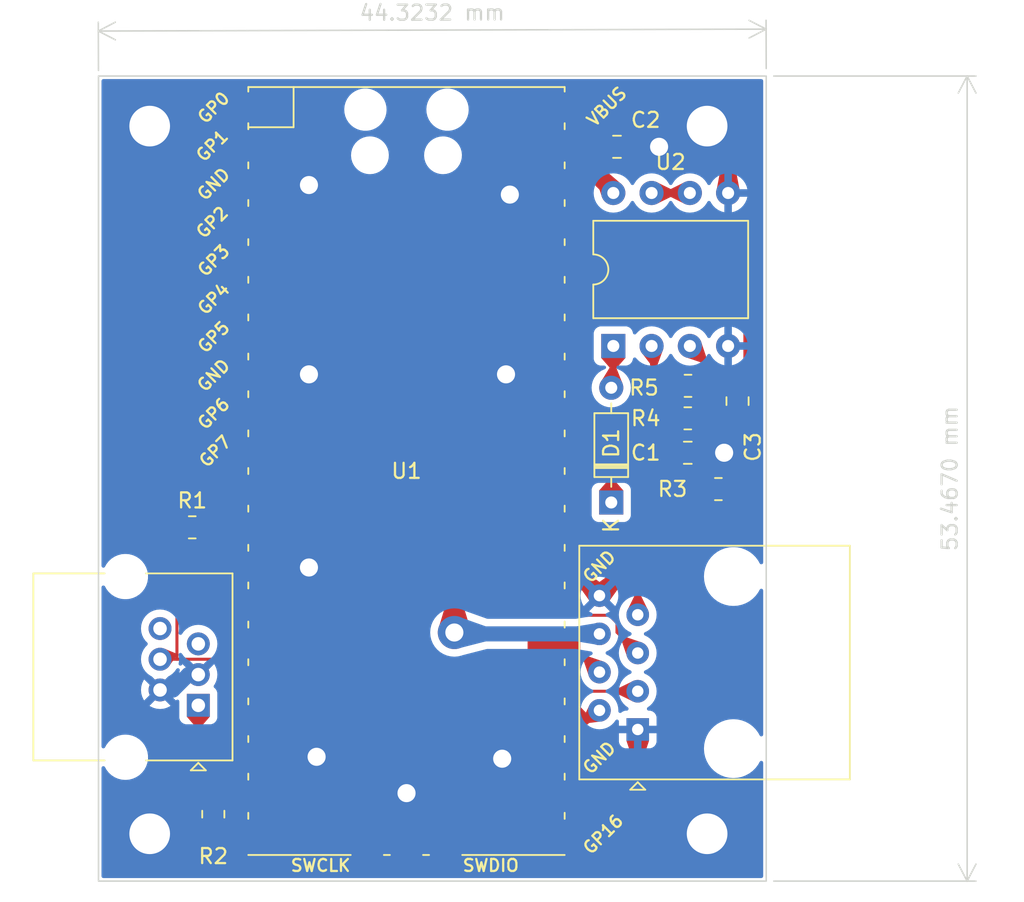
<source format=kicad_pcb>
(kicad_pcb (version 20221018) (generator pcbnew)
  (layers (0 "F.Cu" signal) (1 "In1.Cu" signal) (2 "In2.Cu" signal) (31 "B.Cu" signal) (34 "B.Paste" user) (35 "F.Paste" user) (36 "B.SilkS" user "B.Silkscreen") (37 "F.SilkS" user "F.Silkscreen") (38 "B.Mask" user) (39 "F.Mask" user) (44 "Edge.Cuts" user))
  (net 0 "")
  (net 1 "Net-(D1-K)")
  (net 2 "GND")
  (net 3 "+5V")
  (net 4 "Net-(U1-ADC_VREF)")
  (net 5 "Net-(D1-A)")
  (net 6 "/LED")
  (net 7 "/CapTouch")
  (net 10 "/CT1")
  (net 11 "/~{extra}")
  (net 12 "/~{drain}")
  (net 13 "/~{fill}")
  (net 14 "/~{heater}")
  (net 15 "Net-(U1-GPIO9)")
  (net 16 "Net-(U1-GPIO14)")
  (net 17 "Net-(U2A--)")
  (net 42 "Net-(U2B--)")
  (footprint "MountingHole:MountingHole_2.7mm_M2.5_Pad" (layer "F.Cu") (at 113 70)
    (fp_text reference "H1" hide)
    (fp_text value "MountingHole_Pad")
    (pad "1" thru_hole circle (at 0 0) (size 5.4 5.4) (drill 2.7) (layers "*.Cu" "*.Mask") (net 2 "GND"))
  )
  (footprint "MountingHole:MountingHole_2.7mm_M2.5_Pad" (layer "F.Cu") (at 113 117)
    (fp_text reference "H2" hide)
    (fp_text value "MountingHole_Pad")
    (pad "1" thru_hole circle (at 0 0) (size 5.4 5.4) (drill 2.7) (layers "*.Cu" "*.Mask") (net 2 "GND"))
  )
  (footprint "Resistor_SMD:R_0805_2012Metric_Pad1.20x1.40mm_HandSolder" (layer "F.Cu") (at 148.733 87.249)
    (fp_text reference "R5" (at -2.921 0.127) (layer "F.SilkS"))
    (fp_text value "22k")
    (fp_line (start -0.227064 -0.735) (end 0.227064 -0.735) (stroke (width 0.12)) (layer "F.SilkS"))
    (fp_line (start -0.227064 0.735) (end 0.227064 0.735) (stroke (width 0.12)) (layer "F.SilkS"))
    (pad "1" smd roundrect (at -1 0) (size 1.2 1.4) (layers "F.Cu" "F.Paste" "F.Mask") (roundrect_rratio 0.2083333333) (net 17 "Net-(U2A--)"))
    (pad "2" smd roundrect (at 1 0) (size 1.2 1.4) (layers "F.Cu" "F.Paste" "F.Mask") (roundrect_rratio 0.2083333333) (net 1 "Net-(D1-K)"))
  )
  (footprint "Resistor_SMD:R_0805_2012Metric_Pad1.20x1.40mm_HandSolder" (layer "F.Cu") (at 148.717 89.408)
    (fp_text reference "R4" (at -2.794 0) (layer "F.SilkS"))
    (fp_text value "10k")
    (fp_line (start -0.227064 -0.735) (end 0.227064 -0.735) (stroke (width 0.12)) (layer "F.SilkS"))
    (fp_line (start -0.227064 0.735) (end 0.227064 0.735) (stroke (width 0.12)) (layer "F.SilkS"))
    (pad "1" smd roundrect (at -1 0) (size 1.2 1.4) (layers "F.Cu" "F.Paste" "F.Mask") (roundrect_rratio 0.2083333333) (net 17 "Net-(U2A--)"))
    (pad "2" smd roundrect (at 1 0) (size 1.2 1.4) (layers "F.Cu" "F.Paste" "F.Mask") (roundrect_rratio 0.2083333333) (net 2 "GND"))
  )
  (footprint "MCU_RaspberryPi_and_Boards:RPi_Pico_SMD" (layer "F.Cu") (at 130.0445 92.907)
    (fp_text reference "U1" (at 0 0) (layer "F.SilkS"))
    (fp_text value "Pico")
    (fp_text user "VBUS" (at 13.3 -24.2 45) (layer "F.SilkS") (effects (font (size 0.8 0.8))))
    (fp_text user "SWDIO" (at 5.6 26.2) (layer "F.SilkS") (effects (font (size 0.8 0.8))))
    (fp_text user "GP7" (at -12.7 -1.3 45) (layer "F.SilkS") (effects (font (size 0.8 0.8))))
    (fp_text user "GND" (at 12.8 19.05 45) (layer "F.SilkS") (effects (font (size 0.8 0.8))))
    (fp_text user "GND" (at -12.8 -19.05 45) (layer "F.SilkS") (effects (font (size 0.8 0.8))))
    (fp_text user "GP0" (at -12.8 -24.13 45) (layer "F.SilkS") (effects (font (size 0.8 0.8))))
    (fp_text user "GP16" (at 13.054 24.13 45) (layer "F.SilkS") (effects (font (size 0.8 0.8))))
    (fp_text user "GP4" (at -12.8 -11.43 45) (layer "F.SilkS") (effects (font (size 0.8 0.8))))
    (fp_text user "GND" (at -12.8 -6.35 45) (layer "F.SilkS") (effects (font (size 0.8 0.8))))
    (fp_text user "GP3" (at -12.8 -13.97 45) (layer "F.SilkS") (effects (font (size 0.8 0.8))))
    (fp_text user "GP5" (at -12.8 -8.89 45) (layer "F.SilkS") (effects (font (size 0.8 0.8))))
    (fp_text user "GP1" (at -12.9 -21.6 45) (layer "F.SilkS") (effects (font (size 0.8 0.8))))
    (fp_text user "SWCLK" (at -5.7 26.2) (layer "F.SilkS") (effects (font (size 0.8 0.8))))
    (fp_text user "GP6" (at -12.8 -3.81 45) (layer "F.SilkS") (effects (font (size 0.8 0.8))))
    (fp_text user "GND" (at 12.8 6.35 45) (layer "F.SilkS") (effects (font (size 0.8 0.8))))
    (fp_text user "GP2" (at -12.9 -16.51 45) (layer "F.SilkS") (effects (font (size 0.8 0.8))))
    (fp_line (start -10.5 -25.5) (end -10.5 -25.2) (stroke (width 0.12)) (layer "F.SilkS"))
    (fp_line (start -10.5 -25.5) (end 10.5 -25.5) (stroke (width 0.12)) (layer "F.SilkS"))
    (fp_line (start -10.5 -23.1) (end -10.5 -22.7) (stroke (width 0.12)) (layer "F.SilkS"))
    (fp_line (start -10.5 -22.833) (end -7.493 -22.833) (stroke (width 0.12)) (layer "F.SilkS"))
    (fp_line (start -10.5 -20.5) (end -10.5 -20.1) (stroke (width 0.12)) (layer "F.SilkS"))
    (fp_line (start -10.5 -18) (end -10.5 -17.6) (stroke (width 0.12)) (layer "F.SilkS"))
    (fp_line (start -10.5 -15.4) (end -10.5 -15) (stroke (width 0.12)) (layer "F.SilkS"))
    (fp_line (start -10.5 -12.9) (end -10.5 -12.5) (stroke (width 0.12)) (layer "F.SilkS"))
    (fp_line (start -10.5 -10.4) (end -10.5 -10) (stroke (width 0.12)) (layer "F.SilkS"))
    (fp_line (start -10.5 -7.8) (end -10.5 -7.4) (stroke (width 0.12)) (layer "F.SilkS"))
    (fp_line (start -10.5 -5.3) (end -10.5 -4.9) (stroke (width 0.12)) (layer "F.SilkS"))
    (fp_line (start -10.5 -2.7) (end -10.5 -2.3) (stroke (width 0.12)) (layer "F.SilkS"))
    (fp_line (start -10.5 -0.2) (end -10.5 0.2) (stroke (width 0.12)) (layer "F.SilkS"))
    (fp_line (start -10.5 2.3) (end -10.5 2.7) (stroke (width 0.12)) (layer "F.SilkS"))
    (fp_line (start -10.5 4.9) (end -10.5 5.3) (stroke (width 0.12)) (layer "F.SilkS"))
    (fp_line (start -10.5 7.4) (end -10.5 7.8) (stroke (width 0.12)) (layer "F.SilkS"))
    (fp_line (start -10.5 10) (end -10.5 10.4) (stroke (width 0.12)) (layer "F.SilkS"))
    (fp_line (start -10.5 12.5) (end -10.5 12.9) (stroke (width 0.12)) (layer "F.SilkS"))
    (fp_line (start -10.5 15.1) (end -10.5 15.5) (stroke (width 0.12)) (layer "F.SilkS"))
    (fp_line (start -10.5 17.6) (end -10.5 18) (stroke (width 0.12)) (layer "F.SilkS"))
    (fp_line (start -10.5 20.1) (end -10.5 20.5) (stroke (width 0.12)) (layer "F.SilkS"))
    (fp_line (start -10.5 22.7) (end -10.5 23.1) (stroke (width 0.12)) (layer "F.SilkS"))
    (fp_line (start -7.493 -22.833) (end -7.493 -25.5) (stroke (width 0.12)) (layer "F.SilkS"))
    (fp_line (start -3.7 25.5) (end -10.5 25.5) (stroke (width 0.12)) (layer "F.SilkS"))
    (fp_line (start -1.5 25.5) (end -1.1 25.5) (stroke (width 0.12)) (layer "F.SilkS"))
    (fp_line (start 1.1 25.5) (end 1.5 25.5) (stroke (width 0.12)) (layer "F.SilkS"))
    (fp_line (start 10.5 -25.5) (end 10.5 -25.2) (stroke (width 0.12)) (layer "F.SilkS"))
    (fp_line (start 10.5 -23.1) (end 10.5 -22.7) (stroke (width 0.12)) (layer "F.SilkS"))
    (fp_line (start 10.5 -20.5) (end 10.5 -20.1) (stroke (width 0.12)) (layer "F.SilkS"))
    (fp_line (start 10.5 -18) (end 10.5 -17.6) (stroke (width 0.12)) (layer "F.SilkS"))
    (fp_line (start 10.5 -15.4) (end 10.5 -15) (stroke (width 0.12)) (layer "F.SilkS"))
    (fp_line (start 10.5 -12.9) (end 10.5 -12.5) (stroke (width 0.12)) (layer "F.SilkS"))
    (fp_line (start 10.5 -10.4) (end 10.5 -10) (stroke (width 0.12)) (layer "F.SilkS"))
    (fp_line (start 10.5 -7.8) (end 10.5 -7.4) (stroke (width 0.12)) (layer "F.SilkS"))
    (fp_line (start 10.5 -5.3) (end 10.5 -4.9) (stroke (width 0.12)) (layer "F.SilkS"))
    (fp_line (start 10.5 -2.7) (end 10.5 -2.3) (stroke (width 0.12)) (layer "F.SilkS"))
    (fp_line (start 10.5 -0.2) (end 10.5 0.2) (stroke (width 0.12)) (layer "F.SilkS"))
    (fp_line (start 10.5 2.3) (end 10.5 2.7) (stroke (width 0.12)) (layer "F.SilkS"))
    (fp_line (start 10.5 4.9) (end 10.5 5.3) (stroke (width 0.12)) (layer "F.SilkS"))
    (fp_line (start 10.5 7.4) (end 10.5 7.8) (stroke (width 0.12)) (layer "F.SilkS"))
    (fp_line (start 10.5 10) (end 10.5 10.4) (stroke (width 0.12)) (layer "F.SilkS"))
    (fp_line (start 10.5 12.5) (end 10.5 12.9) (stroke (width 0.12)) (layer "F.SilkS"))
    (fp_line (start 10.5 15.1) (end 10.5 15.5) (stroke (width 0.12)) (layer "F.SilkS"))
    (fp_line (start 10.5 17.6) (end 10.5 18) (stroke (width 0.12)) (layer "F.SilkS"))
    (fp_line (start 10.5 20.1) (end 10.5 20.5) (stroke (width 0.12)) (layer "F.SilkS"))
    (fp_line (start 10.5 22.7) (end 10.5 23.1) (stroke (width 0.12)) (layer "F.SilkS"))
    (fp_line (start 10.5 25.5) (end 3.7 25.5) (stroke (width 0.12)) (layer "F.SilkS"))
    (pad "" np_thru_hole oval (at -2.725 -24) (size 1.8 1.8) (drill 1.8) (layers "*.Cu" "*.Mask"))
    (pad "" np_thru_hole oval (at -2.425 -20.97) (size 1.5 1.5) (drill 1.5) (layers "*.Cu" "*.Mask"))
    (pad "" np_thru_hole oval (at 2.425 -20.97) (size 1.5 1.5) (drill 1.5) (layers "*.Cu" "*.Mask"))
    (pad "" np_thru_hole oval (at 2.725 -24) (size 1.8 1.8) (drill 1.8) (layers "*.Cu" "*.Mask"))
    (pad "1" smd rect (at -8.89 -24.13) (size 3.5 1.7) (drill (offset -0.9 0)) (layers "F.Cu" "F.Mask"))
    (pad "2" smd rect (at -8.89 -21.59) (size 3.5 1.7) (drill (offset -0.9 0)) (layers "F.Cu" "F.Mask"))
    (pad "3" smd rect (at -8.89 -19.05) (size 3.5 1.7) (drill (offset -0.9 0)) (layers "F.Cu" "F.Mask") (net 2 "GND"))
    (pad "4" smd rect (at -8.89 -16.51) (size 3.5 1.7) (drill (offset -0.9 0)) (layers "F.Cu" "F.Mask"))
    (pad "5" smd rect (at -8.89 -13.97) (size 3.5 1.7) (drill (offset -0.9 0)) (layers "F.Cu" "F.Mask"))
    (pad "6" smd rect (at -8.89 -11.43) (size 3.5 1.7) (drill (offset -0.9 0)) (layers "F.Cu" "F.Mask"))
    (pad "7" smd rect (at -8.89 -8.89) (size 3.5 1.7) (drill (offset -0.9 0)) (layers "F.Cu" "F.Mask"))
    (pad "8" smd rect (at -8.89 -6.35) (size 3.5 1.7) (drill (offset -0.9 0)) (layers "F.Cu" "F.Mask") (net 2 "GND"))
    (pad "9" smd rect (at -8.89 -3.81) (size 3.5 1.7) (drill (offset -0.9 0)) (layers "F.Cu" "F.Mask"))
    (pad "10" smd rect (at -8.89 -1.27) (size 3.5 1.7) (drill (offset -0.9 0)) (layers "F.Cu" "F.Mask"))
    (pad "11" smd rect (at -8.89 1.27) (size 3.5 1.7) (drill (offset -0.9 0)) (layers "F.Cu" "F.Mask"))
    (pad "12" smd rect (at -8.89 3.81) (size 3.5 1.7) (drill (offset -0.9 0)) (layers "F.Cu" "F.Mask") (net 15 "Net-(U1-GPIO9)"))
    (pad "13" smd rect (at -8.89 6.35) (size 3.5 1.7) (drill (offset -0.9 0)) (layers "F.Cu" "F.Mask") (net 2 "GND"))
    (pad "14" smd rect (at -8.89 8.89) (size 3.5 1.7) (drill (offset -0.9 0)) (layers "F.Cu" "F.Mask"))
    (pad "15" smd rect (at -8.89 11.43) (size 3.5 1.7) (drill (offset -0.9 0)) (layers "F.Cu" "F.Mask"))
    (pad "16" smd rect (at -8.89 13.97) (size 3.5 1.7) (drill (offset -0.9 0)) (layers "F.Cu" "F.Mask") (net 7 "/CapTouch"))
    (pad "17" smd rect (at -8.89 16.51) (size 3.5 1.7) (drill (offset -0.9 0)) (layers "F.Cu" "F.Mask"))
    (pad "18" smd rect (at -8.89 19.05) (size 3.5 1.7) (drill (offset -0.9 0)) (layers "F.Cu" "F.Mask") (net 2 "GND"))
    (pad "19" smd rect (at -8.89 21.59) (size 3.5 1.7) (drill (offset -0.9 0)) (layers "F.Cu" "F.Mask") (net 16 "Net-(U1-GPIO14)"))
    (pad "20" smd rect (at -8.89 24.13) (size 3.5 1.7) (drill (offset -0.9 0)) (layers "F.Cu" "F.Mask"))
    (pad "21" smd rect (at 8.89 24.13) (size 3.5 1.7) (drill (offset 0.9 0)) (layers "F.Cu" "F.Mask"))
    (pad "22" smd rect (at 8.89 21.59) (size 3.5 1.7) (drill (offset 0.9 0)) (layers "F.Cu" "F.Mask"))
    (pad "23" smd rect (at 8.89 19.05) (size 3.5 1.7) (drill (offset 0.9 0)) (layers "F.Cu" "F.Mask") (net 2 "GND"))
    (pad "24" smd rect (at 8.89 16.51) (size 3.5 1.7) (drill (offset 0.9 0)) (layers "F.Cu" "F.Mask") (net 14 "/~{heater}"))
    (pad "25" smd rect (at 8.89 13.97) (size 3.5 1.7) (drill (offset 0.9 0)) (layers "F.Cu" "F.Mask") (net 13 "/~{fill}"))
    (pad "26" smd rect (at 8.89 11.43) (size 3.5 1.7) (drill (offset 0.9 0)) (layers "F.Cu" "F.Mask") (net 12 "/~{drain}"))
    (pad "27" smd rect (at 8.89 8.89) (size 3.5 1.7) (drill (offset 0.9 0)) (layers "F.Cu" "F.Mask") (net 11 "/~{extra}"))
    (pad "28" smd rect (at 8.89 6.35) (size 3.5 1.7) (drill (offset 0.9 0)) (layers "F.Cu" "F.Mask") (net 2 "GND"))
    (pad "29" smd rect (at 8.89 3.81) (size 3.5 1.7) (drill (offset 0.9 0)) (layers "F.Cu" "F.Mask"))
    (pad "30" smd rect (at 8.89 1.27) (size 3.5 1.7) (drill (offset 0.9 0)) (layers "F.Cu" "F.Mask"))
    (pad "31" smd rect (at 8.89 -1.27) (size 3.5 1.7) (drill (offset 0.9 0)) (layers "F.Cu" "F.Mask") (net 1 "Net-(D1-K)"))
    (pad "32" smd rect (at 8.89 -3.81) (size 3.5 1.7) (drill (offset 0.9 0)) (layers "F.Cu" "F.Mask"))
    (pad "33" smd rect (at 8.89 -6.35) (size 3.5 1.7) (drill (offset 0.9 0)) (layers "F.Cu" "F.Mask") (net 2 "GND"))
    (pad "34" smd rect (at 8.89 -8.89) (size 3.5 1.7) (drill (offset 0.9 0)) (layers "F.Cu" "F.Mask"))
    (pad "35" smd rect (at 8.89 -11.43) (size 3.5 1.7) (drill (offset 0.9 0)) (layers "F.Cu" "F.Mask") (net 4 "Net-(U1-ADC_VREF)"))
    (pad "36" smd rect (at 8.89 -13.97) (size 3.5 1.7) (drill (offset 0.9 0)) (layers "F.Cu" "F.Mask"))
    (pad "37" smd rect (at 8.89 -16.51) (size 3.5 1.7) (drill (offset 0.9 0)) (layers "F.Cu" "F.Mask"))
    (pad "38" smd rect (at 8.89 -19.05) (size 3.5 1.7) (drill (offset 0.9 0)) (layers "F.Cu" "F.Mask") (net 2 "GND"))
    (pad "39" smd rect (at 8.89 -21.59) (size 3.5 1.7) (drill (offset 0.9 0)) (layers "F.Cu" "F.Mask") (net 3 "+5V"))
    (pad "40" smd rect (at 8.89 -24.13) (size 3.5 1.7) (drill (offset 0.9 0)) (layers "F.Cu" "F.Mask"))
    (pad "41" smd rect (at -2.54 23.9 90) (size 3.5 1.7) (drill (offset -0.9 0)) (layers "F.Cu" "F.Mask"))
    (pad "42" smd rect (at 0 23.9 90) (size 3.5 1.7) (drill (offset -0.9 0)) (layers "F.Cu" "F.Mask") (net 2 "GND"))
    (pad "43" smd rect (at 2.54 23.9 90) (size 3.5 1.7) (drill (offset -0.9 0)) (layers "F.Cu" "F.Mask"))
  )
  (footprint "Capacitor_SMD:C_0805_2012Metric_Pad1.18x1.45mm_HandSolder" (layer "F.Cu") (at 144.018 71.374)
    (fp_text reference "C2" (at 1.905 -1.778) (layer "F.SilkS"))
    (fp_text value "1u")
    (fp_line (start -0.261252 -0.735) (end 0.261252 -0.735) (stroke (width 0.12)) (layer "F.SilkS"))
    (fp_line (start -0.261252 0.735) (end 0.261252 0.735) (stroke (width 0.12)) (layer "F.SilkS"))
    (pad "1" smd roundrect (at -1.0375 0) (size 1.175 1.45) (layers "F.Cu" "F.Paste" "F.Mask") (roundrect_rratio 0.2127659574) (net 3 "+5V"))
    (pad "2" smd roundrect (at 1.0375 0) (size 1.175 1.45) (layers "F.Cu" "F.Paste" "F.Mask") (roundrect_rratio 0.2127659574) (net 2 "GND"))
  )
  (footprint "Capacitor_SMD:C_0805_2012Metric_Pad1.18x1.45mm_HandSolder" (layer "F.Cu") (at 148.717 91.694)
    (fp_text reference "C1" (at -2.794 0) (layer "F.SilkS"))
    (fp_text value "1u")
    (fp_line (start -0.261252 -0.735) (end 0.261252 -0.735) (stroke (width 0.12)) (layer "F.SilkS"))
    (fp_line (start -0.261252 0.735) (end 0.261252 0.735) (stroke (width 0.12)) (layer "F.SilkS"))
    (pad "1" smd roundrect (at -1.0375 0) (size 1.175 1.45) (layers "F.Cu" "F.Paste" "F.Mask") (roundrect_rratio 0.2127659574) (net 1 "Net-(D1-K)"))
    (pad "2" smd roundrect (at 1.0375 0) (size 1.175 1.45) (layers "F.Cu" "F.Paste" "F.Mask") (roundrect_rratio 0.2127659574) (net 2 "GND"))
  )
  (footprint "Diode_THT:D_DO-35_SOD27_P7.62mm_Horizontal" (layer "F.Cu") (at 143.637 94.996 90)
    (fp_text reference "D1" (at 3.937 0 90) (layer "F.SilkS"))
    (fp_text value "BAS33")
    (fp_text user "K" (at -1.524 0 90) (layer "F.SilkS"))
    (fp_line (start 1.04 0) (end 1.69 0) (stroke (width 0.12)) (layer "F.SilkS"))
    (fp_line (start 1.69 -1.12) (end 1.69 1.12) (stroke (width 0.12)) (layer "F.SilkS"))
    (fp_line (start 1.69 1.12) (end 5.93 1.12) (stroke (width 0.12)) (layer "F.SilkS"))
    (fp_line (start 2.29 -1.12) (end 2.29 1.12) (stroke (width 0.12)) (layer "F.SilkS"))
    (fp_line (start 2.41 -1.12) (end 2.41 1.12) (stroke (width 0.12)) (layer "F.SilkS"))
    (fp_line (start 2.53 -1.12) (end 2.53 1.12) (stroke (width 0.12)) (layer "F.SilkS"))
    (fp_line (start 5.93 -1.12) (end 1.69 -1.12) (stroke (width 0.12)) (layer "F.SilkS"))
    (fp_line (start 5.93 1.12) (end 5.93 -1.12) (stroke (width 0.12)) (layer "F.SilkS"))
    (fp_line (start 6.58 0) (end 5.93 0) (stroke (width 0.12)) (layer "F.SilkS"))
    (pad "1" thru_hole rect (at 0 0 90) (size 1.6 1.6) (drill 0.8) (layers "*.Cu" "*.Mask") (net 1 "Net-(D1-K)"))
    (pad "2" thru_hole oval (at 7.62 0 90) (size 1.6 1.6) (drill 0.8) (layers "*.Cu" "*.Mask") (net 5 "Net-(D1-A)"))
  )
  (footprint "MountingHole:MountingHole_2.7mm_M2.5_Pad" (layer "F.Cu") (at 150 117)
    (fp_text reference "H3" hide)
    (fp_text value "MountingHole_Pad")
    (pad "1" thru_hole circle (at 0 0) (size 5.4 5.4) (drill 2.7) (layers "*.Cu" "*.Mask") (net 2 "GND"))
  )
  (footprint "Connector_RJ:RJ45_Amphenol_54602-x08_Horizontal" (layer "F.Cu") (at 145.395 110.0735 90)
    (fp_text reference "J2" hide)
    (fp_text value "RJ45")
    (fp_line (start -4 -0.5) (end -4 0.5) (stroke (width 0.12)) (layer "F.SilkS"))
    (fp_line (start -4 0.5) (end -3.5 0) (stroke (width 0.12)) (layer "F.SilkS"))
    (fp_line (start -3.5 0) (end -4 -0.5) (stroke (width 0.12)) (layer "F.SilkS"))
    (fp_line (start -3.315 -3.88) (end -3.315 14.08) (stroke (width 0.12)) (layer "F.SilkS"))
    (fp_line (start -3.315 14.08) (end 12.205 14.08) (stroke (width 0.12)) (layer "F.SilkS"))
    (fp_line (start 12.205 -3.88) (end -3.315 -3.88) (stroke (width 0.12)) (layer "F.SilkS"))
    (fp_line (start 12.205 -3.88) (end 12.205 14.08) (stroke (width 0.12)) (layer "F.SilkS"))
    (pad "" np_thru_hole circle (at -1.27 6.35 90) (size 3.2 3.2) (drill 3.2) (layers "*.Cu" "*.Mask"))
    (pad "" np_thru_hole circle (at 10.16 6.35 90) (size 3.2 3.2) (drill 3.2) (layers "*.Cu" "*.Mask"))
    (pad "1" thru_hole rect (at 0 0 90) (size 1.5 1.5) (drill 0.76) (layers "*.Cu" "*.Mask") (net 2 "GND"))
    (pad "2" thru_hole circle (at 1.27 -2.54 90) (size 1.5 1.5) (drill 0.76) (layers "*.Cu" "*.Mask") (net 14 "/~{heater}"))
    (pad "3" thru_hole circle (at 2.54 0 90) (size 1.5 1.5) (drill 0.76) (layers "*.Cu" "*.Mask") (net 13 "/~{fill}"))
    (pad "4" thru_hole circle (at 3.81 -2.54 90) (size 1.5 1.5) (drill 0.76) (layers "*.Cu" "*.Mask") (net 12 "/~{drain}"))
    (pad "5" thru_hole circle (at 5.08 0 90) (size 1.5 1.5) (drill 0.76) (layers "*.Cu" "*.Mask") (net 11 "/~{extra}"))
    (pad "6" thru_hole circle (at 6.35 -2.54 90) (size 1.5 1.5) (drill 0.76) (layers "*.Cu" "*.Mask") (net 3 "+5V"))
    (pad "7" thru_hole circle (at 7.62 0 90) (size 1.5 1.5) (drill 0.76) (layers "*.Cu" "*.Mask") (net 10 "/CT1"))
    (pad "8" thru_hole circle (at 8.89 -2.54 90) (size 1.5 1.5) (drill 0.76) (layers "*.Cu" "*.Mask") (net 2 "GND"))
  )
  (footprint "Package_DIP:DIP-8_W10.16mm" (layer "F.Cu") (at 143.774 84.602 90)
    (fp_text reference "U2" (at 12.212 3.8 180) (layer "F.SilkS"))
    (fp_text value "LM358")
    (fp_line (start 1.845 -1.33) (end 1.845 8.95) (stroke (width 0.12)) (layer "F.SilkS"))
    (fp_line (start 1.845 8.95) (end 8.315 8.95) (stroke (width 0.12)) (layer "F.SilkS"))
    (fp_line (start 4.08 -1.33) (end 1.845 -1.33) (stroke (width 0.12)) (layer "F.SilkS"))
    (fp_line (start 8.315 -1.33) (end 6.08 -1.33) (stroke (width 0.12)) (layer "F.SilkS"))
    (fp_line (start 8.315 8.95) (end 8.315 -1.33) (stroke (width 0.12)) (layer "F.SilkS"))
    (fp_arc (start 6.08 -1.33) (mid 5.08 -0.33) (end 4.08 -1.33) (stroke (width 0.12)) (layer "F.SilkS"))
    (pad "1" thru_hole rect (at 0 0 90) (size 1.6 1.6) (drill 0.8) (layers "*.Cu" "*.Mask") (net 5 "Net-(D1-A)"))
    (pad "2" thru_hole oval (at 0 2.54 90) (size 1.6 1.6) (drill 0.8) (layers "*.Cu" "*.Mask") (net 17 "Net-(U2A--)"))
    (pad "3" thru_hole oval (at 0 5.08 90) (size 1.6 1.6) (drill 0.8) (layers "*.Cu" "*.Mask") (net 10 "/CT1"))
    (pad "4" thru_hole oval (at 0 7.62 90) (size 1.6 1.6) (drill 0.8) (layers "*.Cu" "*.Mask") (net 2 "GND"))
    (pad "5" thru_hole oval (at 10.16 7.62 90) (size 1.6 1.6) (drill 0.8) (layers "*.Cu" "*.Mask") (net 2 "GND"))
    (pad "6" thru_hole oval (at 10.16 5.08 90) (size 1.6 1.6) (drill 0.8) (layers "*.Cu" "*.Mask") (net 42 "Net-(U2B--)"))
    (pad "7" thru_hole oval (at 10.16 2.54 90) (size 1.6 1.6) (drill 0.8) (layers "*.Cu" "*.Mask") (net 42 "Net-(U2B--)"))
    (pad "8" thru_hole oval (at 10.16 0 90) (size 1.6 1.6) (drill 0.8) (layers "*.Cu" "*.Mask") (net 3 "+5V"))
  )
  (footprint "MountingHole:MountingHole_2.7mm_M2.5_Pad" (layer "F.Cu") (at 150 70)
    (fp_text reference "H4" hide)
    (fp_text value "MountingHole_Pad")
    (pad "1" thru_hole circle (at 0 0) (size 5.4 5.4) (drill 2.7) (layers "*.Cu" "*.Mask") (net 2 "GND"))
  )
  (footprint "Resistor_SMD:R_0805_2012Metric_Pad1.20x1.40mm_HandSolder" (layer "F.Cu") (at 117.221 115.697 -90)
    (fp_text reference "R2" (at 2.794 0 -180) (layer "F.SilkS"))
    (fp_text value "100")
    (fp_line (start -0.227064 -0.735) (end 0.227064 -0.735) (stroke (width 0.12)) (layer "F.SilkS"))
    (fp_line (start -0.227064 0.735) (end 0.227064 0.735) (stroke (width 0.12)) (layer "F.SilkS"))
    (pad "1" smd roundrect (at -1 0 270) (size 1.2 1.4) (layers "F.Cu" "F.Paste" "F.Mask") (roundrect_rratio 0.2083333333) (net 6 "/LED"))
    (pad "2" smd roundrect (at 1 0 270) (size 1.2 1.4) (layers "F.Cu" "F.Paste" "F.Mask") (roundrect_rratio 0.2083333333) (net 16 "Net-(U1-GPIO14)"))
  )
  (footprint "Resistor_SMD:R_0805_2012Metric_Pad1.20x1.40mm_HandSolder" (layer "F.Cu") (at 115.824 96.647 180)
    (fp_text reference "R1" (at 0 1.778) (layer "F.SilkS"))
    (fp_text value "1M")
    (fp_line (start -0.227064 -0.735) (end 0.227064 -0.735) (stroke (width 0.12)) (layer "F.SilkS"))
    (fp_line (start -0.227064 0.735) (end 0.227064 0.735) (stroke (width 0.12)) (layer "F.SilkS"))
    (pad "1" smd roundrect (at -1 0 180) (size 1.2 1.4) (layers "F.Cu" "F.Paste" "F.Mask") (roundrect_rratio 0.2083333333) (net 15 "Net-(U1-GPIO9)"))
    (pad "2" smd roundrect (at 1 0 180) (size 1.2 1.4) (layers "F.Cu" "F.Paste" "F.Mask") (roundrect_rratio 0.2083333333) (net 7 "/CapTouch"))
  )
  (footprint "Connector_RJ:RJ25_Wayconn_MJEA-660X1_Horizontal" (layer "F.Cu") (at 116.227 108.468 -90)
    (fp_text reference "J1" hide)
    (fp_text value "RJ25")
    (fp_line (start -8.76 -2.27) (end -8.76 3.47) (stroke (width 0.12)) (layer "F.SilkS"))
    (fp_line (start -8.76 -2.27) (end 3.66 -2.27) (stroke (width 0.12)) (layer "F.SilkS"))
    (fp_line (start -8.76 6.22) (end -8.76 10.95) (stroke (width 0.12)) (layer "F.SilkS"))
    (fp_line (start -8.76 10.95) (end 3.66 10.95) (stroke (width 0.12)) (layer "F.SilkS"))
    (fp_line (start 3.66 -2.27) (end 3.66 3.47) (stroke (width 0.12)) (layer "F.SilkS"))
    (fp_line (start 3.66 6.22) (end 3.66 10.95) (stroke (width 0.12)) (layer "F.SilkS"))
    (fp_line (start 3.82 0) (end 4.32 0.5) (stroke (width 0.12)) (layer "F.SilkS"))
    (fp_line (start 4.32 -0.5) (end 3.82 0) (stroke (width 0.12)) (layer "F.SilkS"))
    (fp_line (start 4.32 -0.5) (end 4.32 0.5) (stroke (width 0.12)) (layer "F.SilkS"))
    (pad "" np_thru_hole circle (at -8.55 4.84 270) (size 2.3 2.3) (drill 2.3) (layers "*.Cu" "*.Mask"))
    (pad "" np_thru_hole circle (at 3.45 4.84 270) (size 2.3 2.3) (drill 2.3) (layers "*.Cu" "*.Mask"))
    (pad "1" thru_hole rect (at 0 0 270) (size 1.52 1.52) (drill 0.9) (layers "*.Cu" "*.Mask") (net 6 "/LED"))
    (pad "2" thru_hole circle (at -1.02 2.54 270) (size 1.52 1.52) (drill 0.9) (layers "*.Cu" "*.Mask") (net 2 "GND"))
    (pad "3" thru_hole circle (at -2.04 0 270) (size 1.52 1.52) (drill 0.9) (layers "*.Cu" "*.Mask") (net 2 "GND"))
    (pad "4" thru_hole circle (at -3.06 2.54 270) (size 1.52 1.52) (drill 0.9) (layers "*.Cu" "*.Mask") (net 7 "/CapTouch"))
    (pad "5" thru_hole circle (at -4.08 0 270) (size 1.52 1.52) (drill 0.9) (layers "*.Cu" "*.Mask"))
    (pad "6" thru_hole circle (at -5.1 2.54 270) (size 1.52 1.52) (drill 0.9) (layers "*.Cu" "*.Mask"))
  )
  (footprint "Resistor_SMD:R_0805_2012Metric_Pad1.20x1.40mm_HandSolder" (layer "F.Cu") (at 150.749 94.107 180)
    (fp_text reference "R3" (at 3.048 0) (layer "F.SilkS"))
    (fp_text value "30")
    (fp_line (start -0.227064 -0.735) (end 0.227064 -0.735) (stroke (width 0.12)) (layer "F.SilkS"))
    (fp_line (start -0.227064 0.735) (end 0.227064 0.735) (stroke (width 0.12)) (layer "F.SilkS"))
    (pad "1" smd roundrect (at -1 0 180) (size 1.2 1.4) (layers "F.Cu" "F.Paste" "F.Mask") (roundrect_rratio 0.2083333333) (net 10 "/CT1"))
    (pad "2" smd roundrect (at 1 0 180) (size 1.2 1.4) (layers "F.Cu" "F.Paste" "F.Mask") (roundrect_rratio 0.2083333333) (net 2 "GND"))
  )
  (footprint "Capacitor_SMD:C_0805_2012Metric_Pad1.18x1.45mm_HandSolder" (layer "F.Cu") (at 152.019 88.265 -90)
    (fp_text reference "C3" (at 3.048 -1.016 90) (layer "F.SilkS"))
    (fp_text value "1u")
    (fp_line (start -0.261252 -0.735) (end 0.261252 -0.735) (stroke (width 0.12)) (layer "F.SilkS"))
    (fp_line (start -0.261252 0.735) (end 0.261252 0.735) (stroke (width 0.12)) (layer "F.SilkS"))
    (pad "1" smd roundrect (at -1.0375 0 270) (size 1.175 1.45) (layers "F.Cu" "F.Paste" "F.Mask") (roundrect_rratio 0.2127659574) (net 4 "Net-(U1-ADC_VREF)"))
    (pad "2" smd roundrect (at 1.0375 0 270) (size 1.175 1.45) (layers "F.Cu" "F.Paste" "F.Mask") (roundrect_rratio 0.2127659574) (net 2 "GND"))
  )
  (gr_rect (start 109.601 66.675) (end 153.924 120.142) (stroke (width 0.1)) (fill none) (layer "Edge.Cuts"))
  (dimension (type aligned) (layer "Edge.Cuts") (pts (xy 153.924 120.142) (xy 153.924 66.675)) (height 13.335) (gr_text "53.4670 mm" (at 166.109 93.4085 90) (layer "Edge.Cuts") (effects (font (size 1 1) (thickness 0.15)))) (format (prefix "") (suffix "") (units 3) (units_format 1) (precision 4)) (style (thickness 0.1) (arrow_length 1.27) (text_position_mode 0) (extension_height 0.58642) (extension_offset 0.5) keep_text_aligned))
  (dimension (type aligned) (layer "Edge.Cuts") (pts (xy 109.601 66.802) (xy 153.924 66.675)) (height -3.115596) (gr_text "44.3232 mm" (at 131.750278 62.472922 0.1641708387) (layer "Edge.Cuts") (effects (font (size 1 1) (thickness 0.15)))) (format (prefix "") (suffix "") (units 3) (units_format 1) (precision 4)) (style (thickness 0.1) (arrow_length 1.27) (text_position_mode 0) (extension_height 0.58642) (extension_offset 0.5) keep_text_aligned))
  (segment (start 142.494 91.637) (end 142.564 91.637) (width 0.2) (layer "F.Cu") (net 1))
  (segment (start 138.9345 91.637) (end 142.494 91.637) (width 0.2) (layer "F.Cu") (net 1))
  (segment (start 142.551 91.694) (end 142.494 91.637) (width 0.2) (layer "F.Cu") (net 1))
  (segment (start 148.717 88.265) (end 149.733 87.249) (width 0.2) (layer "F.Cu") (net 1))
  (segment (start 142.564 91.637) (end 143.637 92.71) (width 0.2) (layer "F.Cu") (net 1))
  (segment (start 148.717 90.678) (end 148.717 88.265) (width 0.2) (layer "F.Cu") (net 1))
  (segment (start 143.637 92.71) (end 143.637 94.996) (width 0.2) (layer "F.Cu") (net 1))
  (segment (start 147.701 91.694) (end 148.717 90.678) (width 0.2) (layer "F.Cu") (net 1))
  (segment (start 147.6795 91.694) (end 142.551 91.694) (width 0.2) (layer "F.Cu") (net 1))
  (segment (start 123.501 86.557) (end 123.571 86.487) (width 1) (layer "F.Cu") (net 2))
  (segment (start 121.1545 99.257) (end 123.514 99.257) (width 1) (layer "F.Cu") (net 2))
  (segment (start 116.402 73.857) (end 112.776 70.231) (width 1) (layer "F.Cu") (net 2))
  (segment (start 136.455 111.957) (end 136.398 112.014) (width 1) (layer "F.Cu") (net 2))
  (segment (start 123.514 99.257) (end 123.571 99.314) (width 1) (layer "F.Cu") (net 2))
  (segment (start 140.9285 99.257) (end 142.855 101.1835) (width 1) (layer "F.Cu") (net 2))
  (segment (start 149.8225 89.3025) (end 149.717 89.408) (width 1) (layer "F.Cu") (net 2))
  (segment (start 121.1545 73.857) (end 116.402 73.857) (width 1) (layer "F.Cu") (net 2))
  (segment (start 149.749 94.2895) (end 142.855 101.1835) (width 1) (layer "F.Cu") (net 2))
  (segment (start 121.1545 73.857) (end 123.514 73.857) (width 1) (layer "F.Cu") (net 2))
  (segment (start 121.1545 111.957) (end 124.009 111.957) (width 1) (layer "F.Cu") (net 2))
  (segment (start 130.0445 114.3035) (end 130.048 114.3) (width 1) (layer "F.Cu") (net 2))
  (segment (start 151.394 74.442) (end 151.394 70.241) (width 1) (layer "F.Cu") (net 2))
  (segment (start 149.7545 91.694) (end 151.13 91.694) (width 1) (layer "F.Cu") (net 2))
  (segment (start 145.0555 71.374) (end 146.812 71.374) (width 1) (layer "F.Cu") (net 2))
  (segment (start 145.866 111.957) (end 145.034 111.957) (width 1) (layer "F.Cu") (net 2))
  (segment (start 149.717 89.408) (end 149.717 91.6565) (width 1) (layer "F.Cu") (net 2))
  (segment (start 152.019 89.3025) (end 149.8225 89.3025) (width 1) (layer "F.Cu") (net 2))
  (segment (start 124.009 111.957) (end 124.079 111.887) (width 1) (layer "F.Cu") (net 2))
  (segment (start 136.722 86.557) (end 136.652 86.487) (width 1) (layer "F.Cu") (net 2))
  (segment (start 138.9345 111.957) (end 136.455 111.957) (width 1) (layer "F.Cu") (net 2))
  (segment (start 150.876 116.967) (end 145.866 111.957) (width 1) (layer "F.Cu") (net 2))
  (segment (start 145.395 111.596) (end 145.034 111.957) (width 1) (layer "F.Cu") (net 2))
  (segment (start 123.514 73.857) (end 123.571 73.914) (width 1) (layer "F.Cu") (net 2))
  (segment (start 138.9345 86.557) (end 136.722 86.557) (width 1) (layer "F.Cu") (net 2))
  (segment (start 145.034 111.957) (end 138.9345 111.957) (width 1) (layer "F.Cu") (net 2))
  (segment (start 149.7545 91.694) (end 149.7545 94.1015) (width 1) (layer "F.Cu") (net 2))
  (segment (start 130.0445 116.807) (end 130.0445 114.3035) (width 1) (layer "F.Cu") (net 2))
  (segment (start 121.1545 86.557) (end 123.501 86.557) (width 1) (layer "F.Cu") (net 2))
  (segment (start 145.395 110.0735) (end 145.395 111.596) (width 1) (layer "F.Cu") (net 2))
  (segment (start 138.9345 73.857) (end 137.598 73.857) (width 1) (layer "F.Cu") (net 2))
  (segment (start 137.598 73.857) (end 136.906 74.549) (width 1) (layer "F.Cu") (net 2))
  (via (at 123.571 73.914) (size 2.2) (drill 1.2) (layers "F.Cu" "B.Cu") (net 2))
  (via (at 136.906 74.549) (size 2.2) (drill 1.2) (layers "F.Cu" "B.Cu") (net 2))
  (via (at 130.048 114.3) (size 2.2) (drill 1.2) (layers "F.Cu" "B.Cu") (net 2))
  (via (at 123.571 99.314) (size 2.2) (drill 1.2) (layers "F.Cu" "B.Cu") (net 2))
  (via (at 124.079 111.887) (size 2.2) (drill 1.2) (layers "F.Cu" "B.Cu") (net 2))
  (via (at 123.571 86.487) (size 2.2) (drill 1.2) (layers "F.Cu" "B.Cu") (net 2))
  (via (at 136.652 86.487) (size 2.2) (drill 1.2) (layers "F.Cu" "B.Cu") (net 2))
  (via (at 146.812 71.374) (size 2.2) (drill 1.2) (layers "F.Cu" "B.Cu") (net 2))
  (via (at 151.13 91.694) (size 2.2) (drill 1.2) (layers "F.Cu" "B.Cu") (net 2))
  (via (at 136.398 112.014) (size 2.2) (drill 1.2) (layers "F.Cu" "B.Cu") (net 2))
  (segment (start 116.227 106.428) (end 115.568 106.428) (width 1) (layer "B.Cu") (net 2))
  (segment (start 115.568 106.428) (end 114.548 107.448) (width 1) (layer "B.Cu") (net 2))
  (segment (start 114.548 107.448) (end 113.687 107.448) (width 1) (layer "B.Cu") (net 2))
  (segment (start 143.774 74.432) (end 143.002 73.66) (width 1) (layer "F.Cu") (net 3))
  (segment (start 133.223 74.676) (end 133.223 103.632) (width 1) (layer "F.Cu") (net 3))
  (segment (start 143.002 73.66) (end 143.002 71.3955) (width 1) (layer "F.Cu") (net 3))
  (segment (start 138.9345 71.317) (end 142.9235 71.317) (width 1) (layer "F.Cu") (net 3))
  (segment (start 136.582 71.317) (end 133.223 74.676) (width 1) (layer "F.Cu") (net 3))
  (segment (start 138.9345 71.317) (end 136.582 71.317) (width 1) (layer "F.Cu") (net 3))
  (via (at 133.223 103.632) (size 2.2) (drill 1.2) (layers "F.Cu" "B.Cu") (net 3))
  (segment (start 142.855 103.7235) (end 133.3145 103.7235) (width 1) (layer "B.Cu") (net 3))
  (segment (start 133.3145 103.7235) (end 133.223 103.632) (width 1) (layer "B.Cu") (net 3))
  (segment (start 151.708 81.477) (end 152.908 82.677) (width 1) (layer "F.Cu") (net 4))
  (segment (start 138.9345 81.477) (end 151.708 81.477) (width 1) (layer "F.Cu") (net 4))
  (segment (start 152.908 86.3385) (end 152.019 87.2275) (width 1) (layer "F.Cu") (net 4))
  (segment (start 152.908 82.677) (end 152.908 86.3385) (width 1) (layer "F.Cu") (net 4))
  (segment (start 152.908 86.8465) (end 152.527 87.2275) (width 0.2) (layer "F.Cu") (net 4))
  (segment (start 143.774 84.602) (end 143.774 87.239) (width 0.2) (layer "F.Cu") (net 5))
  (segment (start 116.227 114.084) (end 116.967 114.824) (width 0.2) (layer "F.Cu") (net 6))
  (segment (start 116.227 108.468) (end 116.227 114.084) (width 0.2) (layer "F.Cu") (net 6))
  (segment (start 114.808 105.408) (end 117.219 105.408) (width 0.2) (layer "F.Cu") (net 7))
  (segment (start 117.219 105.408) (end 118.688 106.877) (width 0.2) (layer "F.Cu") (net 7))
  (segment (start 114.808 96.663) (end 114.808 105.408) (width 0.2) (layer "F.Cu") (net 7))
  (segment (start 113.687 105.408) (end 114.808 105.408) (width 0.2) (layer "F.Cu") (net 7))
  (segment (start 150.622 85.852) (end 150.876 86.106) (width 0.2) (layer "F.Cu") (net 10))
  (segment (start 153.289 92.567) (end 151.749 94.107) (width 0.2) (layer "F.Cu") (net 10))
  (segment (start 150.876 87.884) (end 151.257 88.265) (width 0.2) (layer "F.Cu") (net 10))
  (segment (start 152.908 88.265) (end 153.289 88.646) (width 0.2) (layer "F.Cu") (net 10))
  (segment (start 148.854 84.602) (end 150.104 85.852) (width 0.2) (layer "F.Cu") (net 10))
  (segment (start 150.876 86.106) (end 150.876 87.884) (width 0.2) (layer "F.Cu") (net 10))
  (segment (start 153.289 88.646) (end 153.289 92.567) (width 0.2) (layer "F.Cu") (net 10))
  (segment (start 145.395 100.731) (end 151.749 94.377) (width 0.2) (layer "F.Cu") (net 10))
  (segment (start 145.395 102.4535) (end 145.395 100.731) (width 0.2) (layer "F.Cu") (net 10))
  (segment (start 150.104 85.852) (end 150.622 85.852) (width 0.2) (layer "F.Cu") (net 10))
  (segment (start 151.257 88.265) (end 152.908 88.265) (width 0.2) (layer "F.Cu") (net 10))
  (segment (start 143.51 102.489) (end 139.6265 102.489) (width 0.2) (layer "F.Cu") (net 11))
  (segment (start 144.018 103.6165) (end 144.018 102.997) (width 0.2) (layer "F.Cu") (net 11))
  (segment (start 144.018 102.997) (end 143.51 102.489) (width 0.2) (layer "F.Cu") (net 11))
  (segment (start 145.395 104.9935) (end 144.018 103.6165) (width 0.2) (layer "F.Cu") (net 11))
  (segment (start 142.855 106.2635) (end 140.9285 104.337) (width 0.2) (layer "F.Cu") (net 12))
  (segment (start 145.395 107.5335) (end 139.591 107.5335) (width 0.2) (layer "F.Cu") (net 13))
  (segment (start 142.855 108.8035) (end 142.0575 109.601) (width 0.2) (layer "F.Cu") (net 14))
  (segment (start 142.0575 109.601) (end 139.1185 109.601) (width 0.2) (layer "F.Cu") (net 14))
  (segment (start 121.1545 96.717) (end 116.894 96.717) (width 0.2) (layer "F.Cu") (net 15))
  (segment (start 116.967 116.824) (end 119.294 114.497) (width 0.2) (layer "F.Cu") (net 16))
  (segment (start 146.314 84.602) (end 146.314 85.83) (width 0.2) (layer "F.Cu") (net 17))
  (segment (start 147.733 87.249) (end 147.733 89.392) (width 0.2) (layer "F.Cu") (net 17))
  (segment (start 146.314 85.83) (end 147.733 87.249) (width 0.2) (layer "F.Cu") (net 17))
  (segment (start 146.314 74.442) (end 148.854 74.442) (width 0.2) (layer "F.Cu") (net 42))
  (zone (net 2) (net_name "GND") (layer "B.Cu") (connect_pads (clearance 0.5)) (min_thickness 0.25) (fill yes (thermal_gap 0.5) (thermal_bridge_width 0.5))
    (polygon (pts (xy 109.601 66.802) (xy 153.924 66.675) (xy 153.797 120.142) (xy 109.601 120.142)))
  )
)
</source>
